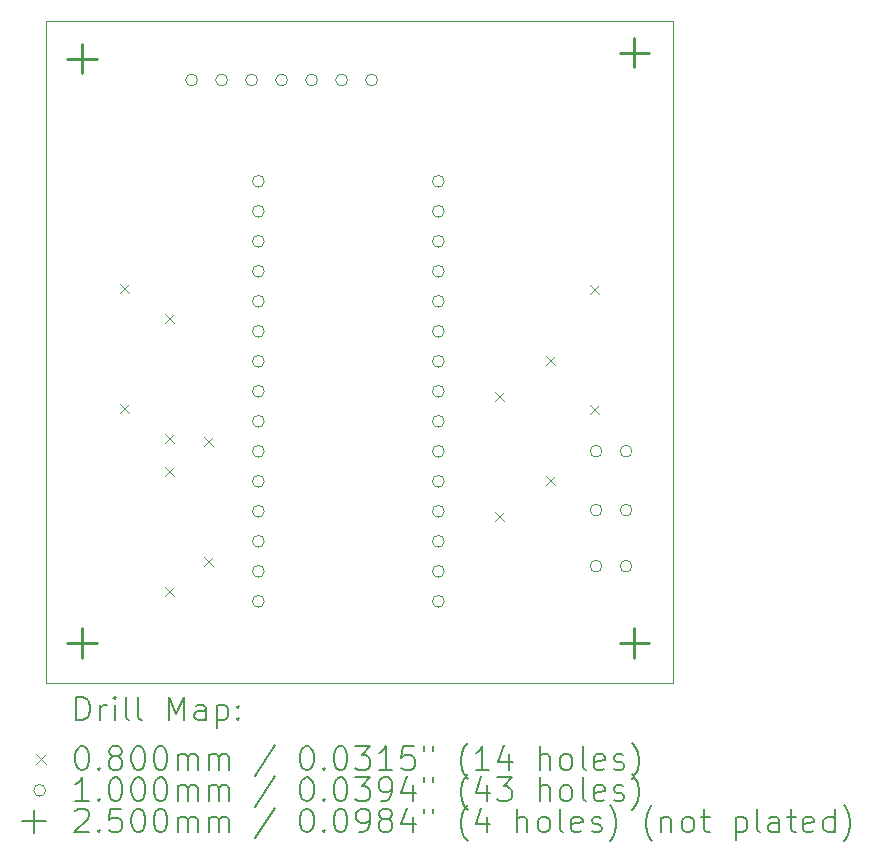
<source format=gbr>
%TF.GenerationSoftware,KiCad,Pcbnew,7.0.7*%
%TF.CreationDate,2024-03-11T23:12:34+01:00*%
%TF.ProjectId,RocketTX,526f636b-6574-4545-982e-6b696361645f,rev?*%
%TF.SameCoordinates,Original*%
%TF.FileFunction,Drillmap*%
%TF.FilePolarity,Positive*%
%FSLAX45Y45*%
G04 Gerber Fmt 4.5, Leading zero omitted, Abs format (unit mm)*
G04 Created by KiCad (PCBNEW 7.0.7) date 2024-03-11 23:12:34*
%MOMM*%
%LPD*%
G01*
G04 APERTURE LIST*
%ADD10C,0.100000*%
%ADD11C,0.200000*%
%ADD12C,0.080000*%
%ADD13C,0.250000*%
G04 APERTURE END LIST*
D10*
X10769600Y-6235700D02*
X16078200Y-6235700D01*
X16078200Y-11836400D01*
X10769600Y-11836400D01*
X10769600Y-6235700D01*
D11*
D12*
X11392600Y-8456300D02*
X11472600Y-8536300D01*
X11472600Y-8456300D02*
X11392600Y-8536300D01*
X11392600Y-9472300D02*
X11472600Y-9552300D01*
X11472600Y-9472300D02*
X11392600Y-9552300D01*
X11773600Y-8710300D02*
X11853600Y-8790300D01*
X11853600Y-8710300D02*
X11773600Y-8790300D01*
X11773600Y-9726300D02*
X11853600Y-9806300D01*
X11853600Y-9726300D02*
X11773600Y-9806300D01*
X11773600Y-10005700D02*
X11853600Y-10085700D01*
X11853600Y-10005700D02*
X11773600Y-10085700D01*
X11773600Y-11021700D02*
X11853600Y-11101700D01*
X11853600Y-11021700D02*
X11773600Y-11101700D01*
X12103800Y-9751700D02*
X12183800Y-9831700D01*
X12183800Y-9751700D02*
X12103800Y-9831700D01*
X12103800Y-10767700D02*
X12183800Y-10847700D01*
X12183800Y-10767700D02*
X12103800Y-10847700D01*
X14567600Y-9370700D02*
X14647600Y-9450700D01*
X14647600Y-9370700D02*
X14567600Y-9450700D01*
X14567600Y-10386700D02*
X14647600Y-10466700D01*
X14647600Y-10386700D02*
X14567600Y-10466700D01*
X14999400Y-9065900D02*
X15079400Y-9145900D01*
X15079400Y-9065900D02*
X14999400Y-9145900D01*
X14999400Y-10081900D02*
X15079400Y-10161900D01*
X15079400Y-10081900D02*
X14999400Y-10161900D01*
X15370600Y-8463500D02*
X15450600Y-8543500D01*
X15450600Y-8463500D02*
X15370600Y-8543500D01*
X15370600Y-9479500D02*
X15450600Y-9559500D01*
X15450600Y-9479500D02*
X15370600Y-9559500D01*
D10*
X12051500Y-6731000D02*
G75*
G03*
X12051500Y-6731000I-50000J0D01*
G01*
X12305500Y-6731000D02*
G75*
G03*
X12305500Y-6731000I-50000J0D01*
G01*
X12559500Y-6731000D02*
G75*
G03*
X12559500Y-6731000I-50000J0D01*
G01*
X12615800Y-7589100D02*
G75*
G03*
X12615800Y-7589100I-50000J0D01*
G01*
X12615800Y-7843100D02*
G75*
G03*
X12615800Y-7843100I-50000J0D01*
G01*
X12615800Y-8097100D02*
G75*
G03*
X12615800Y-8097100I-50000J0D01*
G01*
X12615800Y-8351100D02*
G75*
G03*
X12615800Y-8351100I-50000J0D01*
G01*
X12615800Y-8605100D02*
G75*
G03*
X12615800Y-8605100I-50000J0D01*
G01*
X12615800Y-8859100D02*
G75*
G03*
X12615800Y-8859100I-50000J0D01*
G01*
X12615800Y-9113100D02*
G75*
G03*
X12615800Y-9113100I-50000J0D01*
G01*
X12615800Y-9367100D02*
G75*
G03*
X12615800Y-9367100I-50000J0D01*
G01*
X12615800Y-9621100D02*
G75*
G03*
X12615800Y-9621100I-50000J0D01*
G01*
X12615800Y-9875100D02*
G75*
G03*
X12615800Y-9875100I-50000J0D01*
G01*
X12615800Y-10129100D02*
G75*
G03*
X12615800Y-10129100I-50000J0D01*
G01*
X12615800Y-10383100D02*
G75*
G03*
X12615800Y-10383100I-50000J0D01*
G01*
X12615800Y-10637100D02*
G75*
G03*
X12615800Y-10637100I-50000J0D01*
G01*
X12615800Y-10891100D02*
G75*
G03*
X12615800Y-10891100I-50000J0D01*
G01*
X12615800Y-11145100D02*
G75*
G03*
X12615800Y-11145100I-50000J0D01*
G01*
X12813500Y-6731000D02*
G75*
G03*
X12813500Y-6731000I-50000J0D01*
G01*
X13067500Y-6731000D02*
G75*
G03*
X13067500Y-6731000I-50000J0D01*
G01*
X13321500Y-6731000D02*
G75*
G03*
X13321500Y-6731000I-50000J0D01*
G01*
X13575500Y-6731000D02*
G75*
G03*
X13575500Y-6731000I-50000J0D01*
G01*
X14139800Y-7589100D02*
G75*
G03*
X14139800Y-7589100I-50000J0D01*
G01*
X14139800Y-7843100D02*
G75*
G03*
X14139800Y-7843100I-50000J0D01*
G01*
X14139800Y-8097100D02*
G75*
G03*
X14139800Y-8097100I-50000J0D01*
G01*
X14139800Y-8351100D02*
G75*
G03*
X14139800Y-8351100I-50000J0D01*
G01*
X14139800Y-8605100D02*
G75*
G03*
X14139800Y-8605100I-50000J0D01*
G01*
X14139800Y-8859100D02*
G75*
G03*
X14139800Y-8859100I-50000J0D01*
G01*
X14139800Y-9113100D02*
G75*
G03*
X14139800Y-9113100I-50000J0D01*
G01*
X14139800Y-9367100D02*
G75*
G03*
X14139800Y-9367100I-50000J0D01*
G01*
X14139800Y-9621100D02*
G75*
G03*
X14139800Y-9621100I-50000J0D01*
G01*
X14139800Y-9875100D02*
G75*
G03*
X14139800Y-9875100I-50000J0D01*
G01*
X14139800Y-10129100D02*
G75*
G03*
X14139800Y-10129100I-50000J0D01*
G01*
X14139800Y-10383100D02*
G75*
G03*
X14139800Y-10383100I-50000J0D01*
G01*
X14139800Y-10637100D02*
G75*
G03*
X14139800Y-10637100I-50000J0D01*
G01*
X14139800Y-10891100D02*
G75*
G03*
X14139800Y-10891100I-50000J0D01*
G01*
X14139800Y-11145100D02*
G75*
G03*
X14139800Y-11145100I-50000J0D01*
G01*
X15475000Y-9875000D02*
G75*
G03*
X15475000Y-9875000I-50000J0D01*
G01*
X15475000Y-10372500D02*
G75*
G03*
X15475000Y-10372500I-50000J0D01*
G01*
X15475000Y-10847500D02*
G75*
G03*
X15475000Y-10847500I-50000J0D01*
G01*
X15729000Y-9875000D02*
G75*
G03*
X15729000Y-9875000I-50000J0D01*
G01*
X15729000Y-10372500D02*
G75*
G03*
X15729000Y-10372500I-50000J0D01*
G01*
X15729000Y-10847500D02*
G75*
G03*
X15729000Y-10847500I-50000J0D01*
G01*
D13*
X11075000Y-6425000D02*
X11075000Y-6675000D01*
X10950000Y-6550000D02*
X11200000Y-6550000D01*
X11075000Y-11375000D02*
X11075000Y-11625000D01*
X10950000Y-11500000D02*
X11200000Y-11500000D01*
X15750000Y-6375000D02*
X15750000Y-6625000D01*
X15625000Y-6500000D02*
X15875000Y-6500000D01*
X15750000Y-11375000D02*
X15750000Y-11625000D01*
X15625000Y-11500000D02*
X15875000Y-11500000D01*
D11*
X11025377Y-12152884D02*
X11025377Y-11952884D01*
X11025377Y-11952884D02*
X11072996Y-11952884D01*
X11072996Y-11952884D02*
X11101567Y-11962408D01*
X11101567Y-11962408D02*
X11120615Y-11981455D01*
X11120615Y-11981455D02*
X11130139Y-12000503D01*
X11130139Y-12000503D02*
X11139663Y-12038598D01*
X11139663Y-12038598D02*
X11139663Y-12067169D01*
X11139663Y-12067169D02*
X11130139Y-12105265D01*
X11130139Y-12105265D02*
X11120615Y-12124312D01*
X11120615Y-12124312D02*
X11101567Y-12143360D01*
X11101567Y-12143360D02*
X11072996Y-12152884D01*
X11072996Y-12152884D02*
X11025377Y-12152884D01*
X11225377Y-12152884D02*
X11225377Y-12019550D01*
X11225377Y-12057646D02*
X11234901Y-12038598D01*
X11234901Y-12038598D02*
X11244424Y-12029074D01*
X11244424Y-12029074D02*
X11263472Y-12019550D01*
X11263472Y-12019550D02*
X11282520Y-12019550D01*
X11349186Y-12152884D02*
X11349186Y-12019550D01*
X11349186Y-11952884D02*
X11339662Y-11962408D01*
X11339662Y-11962408D02*
X11349186Y-11971931D01*
X11349186Y-11971931D02*
X11358710Y-11962408D01*
X11358710Y-11962408D02*
X11349186Y-11952884D01*
X11349186Y-11952884D02*
X11349186Y-11971931D01*
X11472996Y-12152884D02*
X11453948Y-12143360D01*
X11453948Y-12143360D02*
X11444424Y-12124312D01*
X11444424Y-12124312D02*
X11444424Y-11952884D01*
X11577758Y-12152884D02*
X11558710Y-12143360D01*
X11558710Y-12143360D02*
X11549186Y-12124312D01*
X11549186Y-12124312D02*
X11549186Y-11952884D01*
X11806329Y-12152884D02*
X11806329Y-11952884D01*
X11806329Y-11952884D02*
X11872996Y-12095741D01*
X11872996Y-12095741D02*
X11939662Y-11952884D01*
X11939662Y-11952884D02*
X11939662Y-12152884D01*
X12120615Y-12152884D02*
X12120615Y-12048122D01*
X12120615Y-12048122D02*
X12111091Y-12029074D01*
X12111091Y-12029074D02*
X12092043Y-12019550D01*
X12092043Y-12019550D02*
X12053948Y-12019550D01*
X12053948Y-12019550D02*
X12034901Y-12029074D01*
X12120615Y-12143360D02*
X12101567Y-12152884D01*
X12101567Y-12152884D02*
X12053948Y-12152884D01*
X12053948Y-12152884D02*
X12034901Y-12143360D01*
X12034901Y-12143360D02*
X12025377Y-12124312D01*
X12025377Y-12124312D02*
X12025377Y-12105265D01*
X12025377Y-12105265D02*
X12034901Y-12086217D01*
X12034901Y-12086217D02*
X12053948Y-12076693D01*
X12053948Y-12076693D02*
X12101567Y-12076693D01*
X12101567Y-12076693D02*
X12120615Y-12067169D01*
X12215853Y-12019550D02*
X12215853Y-12219550D01*
X12215853Y-12029074D02*
X12234901Y-12019550D01*
X12234901Y-12019550D02*
X12272996Y-12019550D01*
X12272996Y-12019550D02*
X12292043Y-12029074D01*
X12292043Y-12029074D02*
X12301567Y-12038598D01*
X12301567Y-12038598D02*
X12311091Y-12057646D01*
X12311091Y-12057646D02*
X12311091Y-12114788D01*
X12311091Y-12114788D02*
X12301567Y-12133836D01*
X12301567Y-12133836D02*
X12292043Y-12143360D01*
X12292043Y-12143360D02*
X12272996Y-12152884D01*
X12272996Y-12152884D02*
X12234901Y-12152884D01*
X12234901Y-12152884D02*
X12215853Y-12143360D01*
X12396805Y-12133836D02*
X12406329Y-12143360D01*
X12406329Y-12143360D02*
X12396805Y-12152884D01*
X12396805Y-12152884D02*
X12387282Y-12143360D01*
X12387282Y-12143360D02*
X12396805Y-12133836D01*
X12396805Y-12133836D02*
X12396805Y-12152884D01*
X12396805Y-12029074D02*
X12406329Y-12038598D01*
X12406329Y-12038598D02*
X12396805Y-12048122D01*
X12396805Y-12048122D02*
X12387282Y-12038598D01*
X12387282Y-12038598D02*
X12396805Y-12029074D01*
X12396805Y-12029074D02*
X12396805Y-12048122D01*
D12*
X10684600Y-12441400D02*
X10764600Y-12521400D01*
X10764600Y-12441400D02*
X10684600Y-12521400D01*
D11*
X11063472Y-12372884D02*
X11082520Y-12372884D01*
X11082520Y-12372884D02*
X11101567Y-12382408D01*
X11101567Y-12382408D02*
X11111091Y-12391931D01*
X11111091Y-12391931D02*
X11120615Y-12410979D01*
X11120615Y-12410979D02*
X11130139Y-12449074D01*
X11130139Y-12449074D02*
X11130139Y-12496693D01*
X11130139Y-12496693D02*
X11120615Y-12534788D01*
X11120615Y-12534788D02*
X11111091Y-12553836D01*
X11111091Y-12553836D02*
X11101567Y-12563360D01*
X11101567Y-12563360D02*
X11082520Y-12572884D01*
X11082520Y-12572884D02*
X11063472Y-12572884D01*
X11063472Y-12572884D02*
X11044424Y-12563360D01*
X11044424Y-12563360D02*
X11034901Y-12553836D01*
X11034901Y-12553836D02*
X11025377Y-12534788D01*
X11025377Y-12534788D02*
X11015853Y-12496693D01*
X11015853Y-12496693D02*
X11015853Y-12449074D01*
X11015853Y-12449074D02*
X11025377Y-12410979D01*
X11025377Y-12410979D02*
X11034901Y-12391931D01*
X11034901Y-12391931D02*
X11044424Y-12382408D01*
X11044424Y-12382408D02*
X11063472Y-12372884D01*
X11215853Y-12553836D02*
X11225377Y-12563360D01*
X11225377Y-12563360D02*
X11215853Y-12572884D01*
X11215853Y-12572884D02*
X11206329Y-12563360D01*
X11206329Y-12563360D02*
X11215853Y-12553836D01*
X11215853Y-12553836D02*
X11215853Y-12572884D01*
X11339662Y-12458598D02*
X11320615Y-12449074D01*
X11320615Y-12449074D02*
X11311091Y-12439550D01*
X11311091Y-12439550D02*
X11301567Y-12420503D01*
X11301567Y-12420503D02*
X11301567Y-12410979D01*
X11301567Y-12410979D02*
X11311091Y-12391931D01*
X11311091Y-12391931D02*
X11320615Y-12382408D01*
X11320615Y-12382408D02*
X11339662Y-12372884D01*
X11339662Y-12372884D02*
X11377758Y-12372884D01*
X11377758Y-12372884D02*
X11396805Y-12382408D01*
X11396805Y-12382408D02*
X11406329Y-12391931D01*
X11406329Y-12391931D02*
X11415853Y-12410979D01*
X11415853Y-12410979D02*
X11415853Y-12420503D01*
X11415853Y-12420503D02*
X11406329Y-12439550D01*
X11406329Y-12439550D02*
X11396805Y-12449074D01*
X11396805Y-12449074D02*
X11377758Y-12458598D01*
X11377758Y-12458598D02*
X11339662Y-12458598D01*
X11339662Y-12458598D02*
X11320615Y-12468122D01*
X11320615Y-12468122D02*
X11311091Y-12477646D01*
X11311091Y-12477646D02*
X11301567Y-12496693D01*
X11301567Y-12496693D02*
X11301567Y-12534788D01*
X11301567Y-12534788D02*
X11311091Y-12553836D01*
X11311091Y-12553836D02*
X11320615Y-12563360D01*
X11320615Y-12563360D02*
X11339662Y-12572884D01*
X11339662Y-12572884D02*
X11377758Y-12572884D01*
X11377758Y-12572884D02*
X11396805Y-12563360D01*
X11396805Y-12563360D02*
X11406329Y-12553836D01*
X11406329Y-12553836D02*
X11415853Y-12534788D01*
X11415853Y-12534788D02*
X11415853Y-12496693D01*
X11415853Y-12496693D02*
X11406329Y-12477646D01*
X11406329Y-12477646D02*
X11396805Y-12468122D01*
X11396805Y-12468122D02*
X11377758Y-12458598D01*
X11539662Y-12372884D02*
X11558710Y-12372884D01*
X11558710Y-12372884D02*
X11577758Y-12382408D01*
X11577758Y-12382408D02*
X11587282Y-12391931D01*
X11587282Y-12391931D02*
X11596805Y-12410979D01*
X11596805Y-12410979D02*
X11606329Y-12449074D01*
X11606329Y-12449074D02*
X11606329Y-12496693D01*
X11606329Y-12496693D02*
X11596805Y-12534788D01*
X11596805Y-12534788D02*
X11587282Y-12553836D01*
X11587282Y-12553836D02*
X11577758Y-12563360D01*
X11577758Y-12563360D02*
X11558710Y-12572884D01*
X11558710Y-12572884D02*
X11539662Y-12572884D01*
X11539662Y-12572884D02*
X11520615Y-12563360D01*
X11520615Y-12563360D02*
X11511091Y-12553836D01*
X11511091Y-12553836D02*
X11501567Y-12534788D01*
X11501567Y-12534788D02*
X11492043Y-12496693D01*
X11492043Y-12496693D02*
X11492043Y-12449074D01*
X11492043Y-12449074D02*
X11501567Y-12410979D01*
X11501567Y-12410979D02*
X11511091Y-12391931D01*
X11511091Y-12391931D02*
X11520615Y-12382408D01*
X11520615Y-12382408D02*
X11539662Y-12372884D01*
X11730139Y-12372884D02*
X11749186Y-12372884D01*
X11749186Y-12372884D02*
X11768234Y-12382408D01*
X11768234Y-12382408D02*
X11777758Y-12391931D01*
X11777758Y-12391931D02*
X11787282Y-12410979D01*
X11787282Y-12410979D02*
X11796805Y-12449074D01*
X11796805Y-12449074D02*
X11796805Y-12496693D01*
X11796805Y-12496693D02*
X11787282Y-12534788D01*
X11787282Y-12534788D02*
X11777758Y-12553836D01*
X11777758Y-12553836D02*
X11768234Y-12563360D01*
X11768234Y-12563360D02*
X11749186Y-12572884D01*
X11749186Y-12572884D02*
X11730139Y-12572884D01*
X11730139Y-12572884D02*
X11711091Y-12563360D01*
X11711091Y-12563360D02*
X11701567Y-12553836D01*
X11701567Y-12553836D02*
X11692043Y-12534788D01*
X11692043Y-12534788D02*
X11682520Y-12496693D01*
X11682520Y-12496693D02*
X11682520Y-12449074D01*
X11682520Y-12449074D02*
X11692043Y-12410979D01*
X11692043Y-12410979D02*
X11701567Y-12391931D01*
X11701567Y-12391931D02*
X11711091Y-12382408D01*
X11711091Y-12382408D02*
X11730139Y-12372884D01*
X11882520Y-12572884D02*
X11882520Y-12439550D01*
X11882520Y-12458598D02*
X11892043Y-12449074D01*
X11892043Y-12449074D02*
X11911091Y-12439550D01*
X11911091Y-12439550D02*
X11939663Y-12439550D01*
X11939663Y-12439550D02*
X11958710Y-12449074D01*
X11958710Y-12449074D02*
X11968234Y-12468122D01*
X11968234Y-12468122D02*
X11968234Y-12572884D01*
X11968234Y-12468122D02*
X11977758Y-12449074D01*
X11977758Y-12449074D02*
X11996805Y-12439550D01*
X11996805Y-12439550D02*
X12025377Y-12439550D01*
X12025377Y-12439550D02*
X12044424Y-12449074D01*
X12044424Y-12449074D02*
X12053948Y-12468122D01*
X12053948Y-12468122D02*
X12053948Y-12572884D01*
X12149186Y-12572884D02*
X12149186Y-12439550D01*
X12149186Y-12458598D02*
X12158710Y-12449074D01*
X12158710Y-12449074D02*
X12177758Y-12439550D01*
X12177758Y-12439550D02*
X12206329Y-12439550D01*
X12206329Y-12439550D02*
X12225377Y-12449074D01*
X12225377Y-12449074D02*
X12234901Y-12468122D01*
X12234901Y-12468122D02*
X12234901Y-12572884D01*
X12234901Y-12468122D02*
X12244424Y-12449074D01*
X12244424Y-12449074D02*
X12263472Y-12439550D01*
X12263472Y-12439550D02*
X12292043Y-12439550D01*
X12292043Y-12439550D02*
X12311091Y-12449074D01*
X12311091Y-12449074D02*
X12320615Y-12468122D01*
X12320615Y-12468122D02*
X12320615Y-12572884D01*
X12711091Y-12363360D02*
X12539663Y-12620503D01*
X12968234Y-12372884D02*
X12987282Y-12372884D01*
X12987282Y-12372884D02*
X13006329Y-12382408D01*
X13006329Y-12382408D02*
X13015853Y-12391931D01*
X13015853Y-12391931D02*
X13025377Y-12410979D01*
X13025377Y-12410979D02*
X13034901Y-12449074D01*
X13034901Y-12449074D02*
X13034901Y-12496693D01*
X13034901Y-12496693D02*
X13025377Y-12534788D01*
X13025377Y-12534788D02*
X13015853Y-12553836D01*
X13015853Y-12553836D02*
X13006329Y-12563360D01*
X13006329Y-12563360D02*
X12987282Y-12572884D01*
X12987282Y-12572884D02*
X12968234Y-12572884D01*
X12968234Y-12572884D02*
X12949186Y-12563360D01*
X12949186Y-12563360D02*
X12939663Y-12553836D01*
X12939663Y-12553836D02*
X12930139Y-12534788D01*
X12930139Y-12534788D02*
X12920615Y-12496693D01*
X12920615Y-12496693D02*
X12920615Y-12449074D01*
X12920615Y-12449074D02*
X12930139Y-12410979D01*
X12930139Y-12410979D02*
X12939663Y-12391931D01*
X12939663Y-12391931D02*
X12949186Y-12382408D01*
X12949186Y-12382408D02*
X12968234Y-12372884D01*
X13120615Y-12553836D02*
X13130139Y-12563360D01*
X13130139Y-12563360D02*
X13120615Y-12572884D01*
X13120615Y-12572884D02*
X13111091Y-12563360D01*
X13111091Y-12563360D02*
X13120615Y-12553836D01*
X13120615Y-12553836D02*
X13120615Y-12572884D01*
X13253948Y-12372884D02*
X13272996Y-12372884D01*
X13272996Y-12372884D02*
X13292044Y-12382408D01*
X13292044Y-12382408D02*
X13301567Y-12391931D01*
X13301567Y-12391931D02*
X13311091Y-12410979D01*
X13311091Y-12410979D02*
X13320615Y-12449074D01*
X13320615Y-12449074D02*
X13320615Y-12496693D01*
X13320615Y-12496693D02*
X13311091Y-12534788D01*
X13311091Y-12534788D02*
X13301567Y-12553836D01*
X13301567Y-12553836D02*
X13292044Y-12563360D01*
X13292044Y-12563360D02*
X13272996Y-12572884D01*
X13272996Y-12572884D02*
X13253948Y-12572884D01*
X13253948Y-12572884D02*
X13234901Y-12563360D01*
X13234901Y-12563360D02*
X13225377Y-12553836D01*
X13225377Y-12553836D02*
X13215853Y-12534788D01*
X13215853Y-12534788D02*
X13206329Y-12496693D01*
X13206329Y-12496693D02*
X13206329Y-12449074D01*
X13206329Y-12449074D02*
X13215853Y-12410979D01*
X13215853Y-12410979D02*
X13225377Y-12391931D01*
X13225377Y-12391931D02*
X13234901Y-12382408D01*
X13234901Y-12382408D02*
X13253948Y-12372884D01*
X13387282Y-12372884D02*
X13511091Y-12372884D01*
X13511091Y-12372884D02*
X13444425Y-12449074D01*
X13444425Y-12449074D02*
X13472996Y-12449074D01*
X13472996Y-12449074D02*
X13492044Y-12458598D01*
X13492044Y-12458598D02*
X13501567Y-12468122D01*
X13501567Y-12468122D02*
X13511091Y-12487169D01*
X13511091Y-12487169D02*
X13511091Y-12534788D01*
X13511091Y-12534788D02*
X13501567Y-12553836D01*
X13501567Y-12553836D02*
X13492044Y-12563360D01*
X13492044Y-12563360D02*
X13472996Y-12572884D01*
X13472996Y-12572884D02*
X13415853Y-12572884D01*
X13415853Y-12572884D02*
X13396806Y-12563360D01*
X13396806Y-12563360D02*
X13387282Y-12553836D01*
X13701567Y-12572884D02*
X13587282Y-12572884D01*
X13644425Y-12572884D02*
X13644425Y-12372884D01*
X13644425Y-12372884D02*
X13625377Y-12401455D01*
X13625377Y-12401455D02*
X13606329Y-12420503D01*
X13606329Y-12420503D02*
X13587282Y-12430027D01*
X13882520Y-12372884D02*
X13787282Y-12372884D01*
X13787282Y-12372884D02*
X13777758Y-12468122D01*
X13777758Y-12468122D02*
X13787282Y-12458598D01*
X13787282Y-12458598D02*
X13806329Y-12449074D01*
X13806329Y-12449074D02*
X13853948Y-12449074D01*
X13853948Y-12449074D02*
X13872996Y-12458598D01*
X13872996Y-12458598D02*
X13882520Y-12468122D01*
X13882520Y-12468122D02*
X13892044Y-12487169D01*
X13892044Y-12487169D02*
X13892044Y-12534788D01*
X13892044Y-12534788D02*
X13882520Y-12553836D01*
X13882520Y-12553836D02*
X13872996Y-12563360D01*
X13872996Y-12563360D02*
X13853948Y-12572884D01*
X13853948Y-12572884D02*
X13806329Y-12572884D01*
X13806329Y-12572884D02*
X13787282Y-12563360D01*
X13787282Y-12563360D02*
X13777758Y-12553836D01*
X13968234Y-12372884D02*
X13968234Y-12410979D01*
X14044425Y-12372884D02*
X14044425Y-12410979D01*
X14339663Y-12649074D02*
X14330139Y-12639550D01*
X14330139Y-12639550D02*
X14311091Y-12610979D01*
X14311091Y-12610979D02*
X14301568Y-12591931D01*
X14301568Y-12591931D02*
X14292044Y-12563360D01*
X14292044Y-12563360D02*
X14282520Y-12515741D01*
X14282520Y-12515741D02*
X14282520Y-12477646D01*
X14282520Y-12477646D02*
X14292044Y-12430027D01*
X14292044Y-12430027D02*
X14301568Y-12401455D01*
X14301568Y-12401455D02*
X14311091Y-12382408D01*
X14311091Y-12382408D02*
X14330139Y-12353836D01*
X14330139Y-12353836D02*
X14339663Y-12344312D01*
X14520615Y-12572884D02*
X14406329Y-12572884D01*
X14463472Y-12572884D02*
X14463472Y-12372884D01*
X14463472Y-12372884D02*
X14444425Y-12401455D01*
X14444425Y-12401455D02*
X14425377Y-12420503D01*
X14425377Y-12420503D02*
X14406329Y-12430027D01*
X14692044Y-12439550D02*
X14692044Y-12572884D01*
X14644425Y-12363360D02*
X14596806Y-12506217D01*
X14596806Y-12506217D02*
X14720615Y-12506217D01*
X14949187Y-12572884D02*
X14949187Y-12372884D01*
X15034901Y-12572884D02*
X15034901Y-12468122D01*
X15034901Y-12468122D02*
X15025377Y-12449074D01*
X15025377Y-12449074D02*
X15006330Y-12439550D01*
X15006330Y-12439550D02*
X14977758Y-12439550D01*
X14977758Y-12439550D02*
X14958710Y-12449074D01*
X14958710Y-12449074D02*
X14949187Y-12458598D01*
X15158710Y-12572884D02*
X15139663Y-12563360D01*
X15139663Y-12563360D02*
X15130139Y-12553836D01*
X15130139Y-12553836D02*
X15120615Y-12534788D01*
X15120615Y-12534788D02*
X15120615Y-12477646D01*
X15120615Y-12477646D02*
X15130139Y-12458598D01*
X15130139Y-12458598D02*
X15139663Y-12449074D01*
X15139663Y-12449074D02*
X15158710Y-12439550D01*
X15158710Y-12439550D02*
X15187282Y-12439550D01*
X15187282Y-12439550D02*
X15206330Y-12449074D01*
X15206330Y-12449074D02*
X15215853Y-12458598D01*
X15215853Y-12458598D02*
X15225377Y-12477646D01*
X15225377Y-12477646D02*
X15225377Y-12534788D01*
X15225377Y-12534788D02*
X15215853Y-12553836D01*
X15215853Y-12553836D02*
X15206330Y-12563360D01*
X15206330Y-12563360D02*
X15187282Y-12572884D01*
X15187282Y-12572884D02*
X15158710Y-12572884D01*
X15339663Y-12572884D02*
X15320615Y-12563360D01*
X15320615Y-12563360D02*
X15311091Y-12544312D01*
X15311091Y-12544312D02*
X15311091Y-12372884D01*
X15492044Y-12563360D02*
X15472996Y-12572884D01*
X15472996Y-12572884D02*
X15434901Y-12572884D01*
X15434901Y-12572884D02*
X15415853Y-12563360D01*
X15415853Y-12563360D02*
X15406330Y-12544312D01*
X15406330Y-12544312D02*
X15406330Y-12468122D01*
X15406330Y-12468122D02*
X15415853Y-12449074D01*
X15415853Y-12449074D02*
X15434901Y-12439550D01*
X15434901Y-12439550D02*
X15472996Y-12439550D01*
X15472996Y-12439550D02*
X15492044Y-12449074D01*
X15492044Y-12449074D02*
X15501568Y-12468122D01*
X15501568Y-12468122D02*
X15501568Y-12487169D01*
X15501568Y-12487169D02*
X15406330Y-12506217D01*
X15577758Y-12563360D02*
X15596806Y-12572884D01*
X15596806Y-12572884D02*
X15634901Y-12572884D01*
X15634901Y-12572884D02*
X15653949Y-12563360D01*
X15653949Y-12563360D02*
X15663472Y-12544312D01*
X15663472Y-12544312D02*
X15663472Y-12534788D01*
X15663472Y-12534788D02*
X15653949Y-12515741D01*
X15653949Y-12515741D02*
X15634901Y-12506217D01*
X15634901Y-12506217D02*
X15606330Y-12506217D01*
X15606330Y-12506217D02*
X15587282Y-12496693D01*
X15587282Y-12496693D02*
X15577758Y-12477646D01*
X15577758Y-12477646D02*
X15577758Y-12468122D01*
X15577758Y-12468122D02*
X15587282Y-12449074D01*
X15587282Y-12449074D02*
X15606330Y-12439550D01*
X15606330Y-12439550D02*
X15634901Y-12439550D01*
X15634901Y-12439550D02*
X15653949Y-12449074D01*
X15730139Y-12649074D02*
X15739663Y-12639550D01*
X15739663Y-12639550D02*
X15758711Y-12610979D01*
X15758711Y-12610979D02*
X15768234Y-12591931D01*
X15768234Y-12591931D02*
X15777758Y-12563360D01*
X15777758Y-12563360D02*
X15787282Y-12515741D01*
X15787282Y-12515741D02*
X15787282Y-12477646D01*
X15787282Y-12477646D02*
X15777758Y-12430027D01*
X15777758Y-12430027D02*
X15768234Y-12401455D01*
X15768234Y-12401455D02*
X15758711Y-12382408D01*
X15758711Y-12382408D02*
X15739663Y-12353836D01*
X15739663Y-12353836D02*
X15730139Y-12344312D01*
D10*
X10764600Y-12745400D02*
G75*
G03*
X10764600Y-12745400I-50000J0D01*
G01*
D11*
X11130139Y-12836884D02*
X11015853Y-12836884D01*
X11072996Y-12836884D02*
X11072996Y-12636884D01*
X11072996Y-12636884D02*
X11053948Y-12665455D01*
X11053948Y-12665455D02*
X11034901Y-12684503D01*
X11034901Y-12684503D02*
X11015853Y-12694027D01*
X11215853Y-12817836D02*
X11225377Y-12827360D01*
X11225377Y-12827360D02*
X11215853Y-12836884D01*
X11215853Y-12836884D02*
X11206329Y-12827360D01*
X11206329Y-12827360D02*
X11215853Y-12817836D01*
X11215853Y-12817836D02*
X11215853Y-12836884D01*
X11349186Y-12636884D02*
X11368234Y-12636884D01*
X11368234Y-12636884D02*
X11387282Y-12646408D01*
X11387282Y-12646408D02*
X11396805Y-12655931D01*
X11396805Y-12655931D02*
X11406329Y-12674979D01*
X11406329Y-12674979D02*
X11415853Y-12713074D01*
X11415853Y-12713074D02*
X11415853Y-12760693D01*
X11415853Y-12760693D02*
X11406329Y-12798788D01*
X11406329Y-12798788D02*
X11396805Y-12817836D01*
X11396805Y-12817836D02*
X11387282Y-12827360D01*
X11387282Y-12827360D02*
X11368234Y-12836884D01*
X11368234Y-12836884D02*
X11349186Y-12836884D01*
X11349186Y-12836884D02*
X11330139Y-12827360D01*
X11330139Y-12827360D02*
X11320615Y-12817836D01*
X11320615Y-12817836D02*
X11311091Y-12798788D01*
X11311091Y-12798788D02*
X11301567Y-12760693D01*
X11301567Y-12760693D02*
X11301567Y-12713074D01*
X11301567Y-12713074D02*
X11311091Y-12674979D01*
X11311091Y-12674979D02*
X11320615Y-12655931D01*
X11320615Y-12655931D02*
X11330139Y-12646408D01*
X11330139Y-12646408D02*
X11349186Y-12636884D01*
X11539662Y-12636884D02*
X11558710Y-12636884D01*
X11558710Y-12636884D02*
X11577758Y-12646408D01*
X11577758Y-12646408D02*
X11587282Y-12655931D01*
X11587282Y-12655931D02*
X11596805Y-12674979D01*
X11596805Y-12674979D02*
X11606329Y-12713074D01*
X11606329Y-12713074D02*
X11606329Y-12760693D01*
X11606329Y-12760693D02*
X11596805Y-12798788D01*
X11596805Y-12798788D02*
X11587282Y-12817836D01*
X11587282Y-12817836D02*
X11577758Y-12827360D01*
X11577758Y-12827360D02*
X11558710Y-12836884D01*
X11558710Y-12836884D02*
X11539662Y-12836884D01*
X11539662Y-12836884D02*
X11520615Y-12827360D01*
X11520615Y-12827360D02*
X11511091Y-12817836D01*
X11511091Y-12817836D02*
X11501567Y-12798788D01*
X11501567Y-12798788D02*
X11492043Y-12760693D01*
X11492043Y-12760693D02*
X11492043Y-12713074D01*
X11492043Y-12713074D02*
X11501567Y-12674979D01*
X11501567Y-12674979D02*
X11511091Y-12655931D01*
X11511091Y-12655931D02*
X11520615Y-12646408D01*
X11520615Y-12646408D02*
X11539662Y-12636884D01*
X11730139Y-12636884D02*
X11749186Y-12636884D01*
X11749186Y-12636884D02*
X11768234Y-12646408D01*
X11768234Y-12646408D02*
X11777758Y-12655931D01*
X11777758Y-12655931D02*
X11787282Y-12674979D01*
X11787282Y-12674979D02*
X11796805Y-12713074D01*
X11796805Y-12713074D02*
X11796805Y-12760693D01*
X11796805Y-12760693D02*
X11787282Y-12798788D01*
X11787282Y-12798788D02*
X11777758Y-12817836D01*
X11777758Y-12817836D02*
X11768234Y-12827360D01*
X11768234Y-12827360D02*
X11749186Y-12836884D01*
X11749186Y-12836884D02*
X11730139Y-12836884D01*
X11730139Y-12836884D02*
X11711091Y-12827360D01*
X11711091Y-12827360D02*
X11701567Y-12817836D01*
X11701567Y-12817836D02*
X11692043Y-12798788D01*
X11692043Y-12798788D02*
X11682520Y-12760693D01*
X11682520Y-12760693D02*
X11682520Y-12713074D01*
X11682520Y-12713074D02*
X11692043Y-12674979D01*
X11692043Y-12674979D02*
X11701567Y-12655931D01*
X11701567Y-12655931D02*
X11711091Y-12646408D01*
X11711091Y-12646408D02*
X11730139Y-12636884D01*
X11882520Y-12836884D02*
X11882520Y-12703550D01*
X11882520Y-12722598D02*
X11892043Y-12713074D01*
X11892043Y-12713074D02*
X11911091Y-12703550D01*
X11911091Y-12703550D02*
X11939663Y-12703550D01*
X11939663Y-12703550D02*
X11958710Y-12713074D01*
X11958710Y-12713074D02*
X11968234Y-12732122D01*
X11968234Y-12732122D02*
X11968234Y-12836884D01*
X11968234Y-12732122D02*
X11977758Y-12713074D01*
X11977758Y-12713074D02*
X11996805Y-12703550D01*
X11996805Y-12703550D02*
X12025377Y-12703550D01*
X12025377Y-12703550D02*
X12044424Y-12713074D01*
X12044424Y-12713074D02*
X12053948Y-12732122D01*
X12053948Y-12732122D02*
X12053948Y-12836884D01*
X12149186Y-12836884D02*
X12149186Y-12703550D01*
X12149186Y-12722598D02*
X12158710Y-12713074D01*
X12158710Y-12713074D02*
X12177758Y-12703550D01*
X12177758Y-12703550D02*
X12206329Y-12703550D01*
X12206329Y-12703550D02*
X12225377Y-12713074D01*
X12225377Y-12713074D02*
X12234901Y-12732122D01*
X12234901Y-12732122D02*
X12234901Y-12836884D01*
X12234901Y-12732122D02*
X12244424Y-12713074D01*
X12244424Y-12713074D02*
X12263472Y-12703550D01*
X12263472Y-12703550D02*
X12292043Y-12703550D01*
X12292043Y-12703550D02*
X12311091Y-12713074D01*
X12311091Y-12713074D02*
X12320615Y-12732122D01*
X12320615Y-12732122D02*
X12320615Y-12836884D01*
X12711091Y-12627360D02*
X12539663Y-12884503D01*
X12968234Y-12636884D02*
X12987282Y-12636884D01*
X12987282Y-12636884D02*
X13006329Y-12646408D01*
X13006329Y-12646408D02*
X13015853Y-12655931D01*
X13015853Y-12655931D02*
X13025377Y-12674979D01*
X13025377Y-12674979D02*
X13034901Y-12713074D01*
X13034901Y-12713074D02*
X13034901Y-12760693D01*
X13034901Y-12760693D02*
X13025377Y-12798788D01*
X13025377Y-12798788D02*
X13015853Y-12817836D01*
X13015853Y-12817836D02*
X13006329Y-12827360D01*
X13006329Y-12827360D02*
X12987282Y-12836884D01*
X12987282Y-12836884D02*
X12968234Y-12836884D01*
X12968234Y-12836884D02*
X12949186Y-12827360D01*
X12949186Y-12827360D02*
X12939663Y-12817836D01*
X12939663Y-12817836D02*
X12930139Y-12798788D01*
X12930139Y-12798788D02*
X12920615Y-12760693D01*
X12920615Y-12760693D02*
X12920615Y-12713074D01*
X12920615Y-12713074D02*
X12930139Y-12674979D01*
X12930139Y-12674979D02*
X12939663Y-12655931D01*
X12939663Y-12655931D02*
X12949186Y-12646408D01*
X12949186Y-12646408D02*
X12968234Y-12636884D01*
X13120615Y-12817836D02*
X13130139Y-12827360D01*
X13130139Y-12827360D02*
X13120615Y-12836884D01*
X13120615Y-12836884D02*
X13111091Y-12827360D01*
X13111091Y-12827360D02*
X13120615Y-12817836D01*
X13120615Y-12817836D02*
X13120615Y-12836884D01*
X13253948Y-12636884D02*
X13272996Y-12636884D01*
X13272996Y-12636884D02*
X13292044Y-12646408D01*
X13292044Y-12646408D02*
X13301567Y-12655931D01*
X13301567Y-12655931D02*
X13311091Y-12674979D01*
X13311091Y-12674979D02*
X13320615Y-12713074D01*
X13320615Y-12713074D02*
X13320615Y-12760693D01*
X13320615Y-12760693D02*
X13311091Y-12798788D01*
X13311091Y-12798788D02*
X13301567Y-12817836D01*
X13301567Y-12817836D02*
X13292044Y-12827360D01*
X13292044Y-12827360D02*
X13272996Y-12836884D01*
X13272996Y-12836884D02*
X13253948Y-12836884D01*
X13253948Y-12836884D02*
X13234901Y-12827360D01*
X13234901Y-12827360D02*
X13225377Y-12817836D01*
X13225377Y-12817836D02*
X13215853Y-12798788D01*
X13215853Y-12798788D02*
X13206329Y-12760693D01*
X13206329Y-12760693D02*
X13206329Y-12713074D01*
X13206329Y-12713074D02*
X13215853Y-12674979D01*
X13215853Y-12674979D02*
X13225377Y-12655931D01*
X13225377Y-12655931D02*
X13234901Y-12646408D01*
X13234901Y-12646408D02*
X13253948Y-12636884D01*
X13387282Y-12636884D02*
X13511091Y-12636884D01*
X13511091Y-12636884D02*
X13444425Y-12713074D01*
X13444425Y-12713074D02*
X13472996Y-12713074D01*
X13472996Y-12713074D02*
X13492044Y-12722598D01*
X13492044Y-12722598D02*
X13501567Y-12732122D01*
X13501567Y-12732122D02*
X13511091Y-12751169D01*
X13511091Y-12751169D02*
X13511091Y-12798788D01*
X13511091Y-12798788D02*
X13501567Y-12817836D01*
X13501567Y-12817836D02*
X13492044Y-12827360D01*
X13492044Y-12827360D02*
X13472996Y-12836884D01*
X13472996Y-12836884D02*
X13415853Y-12836884D01*
X13415853Y-12836884D02*
X13396806Y-12827360D01*
X13396806Y-12827360D02*
X13387282Y-12817836D01*
X13606329Y-12836884D02*
X13644425Y-12836884D01*
X13644425Y-12836884D02*
X13663472Y-12827360D01*
X13663472Y-12827360D02*
X13672996Y-12817836D01*
X13672996Y-12817836D02*
X13692044Y-12789265D01*
X13692044Y-12789265D02*
X13701567Y-12751169D01*
X13701567Y-12751169D02*
X13701567Y-12674979D01*
X13701567Y-12674979D02*
X13692044Y-12655931D01*
X13692044Y-12655931D02*
X13682520Y-12646408D01*
X13682520Y-12646408D02*
X13663472Y-12636884D01*
X13663472Y-12636884D02*
X13625377Y-12636884D01*
X13625377Y-12636884D02*
X13606329Y-12646408D01*
X13606329Y-12646408D02*
X13596806Y-12655931D01*
X13596806Y-12655931D02*
X13587282Y-12674979D01*
X13587282Y-12674979D02*
X13587282Y-12722598D01*
X13587282Y-12722598D02*
X13596806Y-12741646D01*
X13596806Y-12741646D02*
X13606329Y-12751169D01*
X13606329Y-12751169D02*
X13625377Y-12760693D01*
X13625377Y-12760693D02*
X13663472Y-12760693D01*
X13663472Y-12760693D02*
X13682520Y-12751169D01*
X13682520Y-12751169D02*
X13692044Y-12741646D01*
X13692044Y-12741646D02*
X13701567Y-12722598D01*
X13872996Y-12703550D02*
X13872996Y-12836884D01*
X13825377Y-12627360D02*
X13777758Y-12770217D01*
X13777758Y-12770217D02*
X13901567Y-12770217D01*
X13968234Y-12636884D02*
X13968234Y-12674979D01*
X14044425Y-12636884D02*
X14044425Y-12674979D01*
X14339663Y-12913074D02*
X14330139Y-12903550D01*
X14330139Y-12903550D02*
X14311091Y-12874979D01*
X14311091Y-12874979D02*
X14301568Y-12855931D01*
X14301568Y-12855931D02*
X14292044Y-12827360D01*
X14292044Y-12827360D02*
X14282520Y-12779741D01*
X14282520Y-12779741D02*
X14282520Y-12741646D01*
X14282520Y-12741646D02*
X14292044Y-12694027D01*
X14292044Y-12694027D02*
X14301568Y-12665455D01*
X14301568Y-12665455D02*
X14311091Y-12646408D01*
X14311091Y-12646408D02*
X14330139Y-12617836D01*
X14330139Y-12617836D02*
X14339663Y-12608312D01*
X14501568Y-12703550D02*
X14501568Y-12836884D01*
X14453948Y-12627360D02*
X14406329Y-12770217D01*
X14406329Y-12770217D02*
X14530139Y-12770217D01*
X14587282Y-12636884D02*
X14711091Y-12636884D01*
X14711091Y-12636884D02*
X14644425Y-12713074D01*
X14644425Y-12713074D02*
X14672996Y-12713074D01*
X14672996Y-12713074D02*
X14692044Y-12722598D01*
X14692044Y-12722598D02*
X14701568Y-12732122D01*
X14701568Y-12732122D02*
X14711091Y-12751169D01*
X14711091Y-12751169D02*
X14711091Y-12798788D01*
X14711091Y-12798788D02*
X14701568Y-12817836D01*
X14701568Y-12817836D02*
X14692044Y-12827360D01*
X14692044Y-12827360D02*
X14672996Y-12836884D01*
X14672996Y-12836884D02*
X14615853Y-12836884D01*
X14615853Y-12836884D02*
X14596806Y-12827360D01*
X14596806Y-12827360D02*
X14587282Y-12817836D01*
X14949187Y-12836884D02*
X14949187Y-12636884D01*
X15034901Y-12836884D02*
X15034901Y-12732122D01*
X15034901Y-12732122D02*
X15025377Y-12713074D01*
X15025377Y-12713074D02*
X15006330Y-12703550D01*
X15006330Y-12703550D02*
X14977758Y-12703550D01*
X14977758Y-12703550D02*
X14958710Y-12713074D01*
X14958710Y-12713074D02*
X14949187Y-12722598D01*
X15158710Y-12836884D02*
X15139663Y-12827360D01*
X15139663Y-12827360D02*
X15130139Y-12817836D01*
X15130139Y-12817836D02*
X15120615Y-12798788D01*
X15120615Y-12798788D02*
X15120615Y-12741646D01*
X15120615Y-12741646D02*
X15130139Y-12722598D01*
X15130139Y-12722598D02*
X15139663Y-12713074D01*
X15139663Y-12713074D02*
X15158710Y-12703550D01*
X15158710Y-12703550D02*
X15187282Y-12703550D01*
X15187282Y-12703550D02*
X15206330Y-12713074D01*
X15206330Y-12713074D02*
X15215853Y-12722598D01*
X15215853Y-12722598D02*
X15225377Y-12741646D01*
X15225377Y-12741646D02*
X15225377Y-12798788D01*
X15225377Y-12798788D02*
X15215853Y-12817836D01*
X15215853Y-12817836D02*
X15206330Y-12827360D01*
X15206330Y-12827360D02*
X15187282Y-12836884D01*
X15187282Y-12836884D02*
X15158710Y-12836884D01*
X15339663Y-12836884D02*
X15320615Y-12827360D01*
X15320615Y-12827360D02*
X15311091Y-12808312D01*
X15311091Y-12808312D02*
X15311091Y-12636884D01*
X15492044Y-12827360D02*
X15472996Y-12836884D01*
X15472996Y-12836884D02*
X15434901Y-12836884D01*
X15434901Y-12836884D02*
X15415853Y-12827360D01*
X15415853Y-12827360D02*
X15406330Y-12808312D01*
X15406330Y-12808312D02*
X15406330Y-12732122D01*
X15406330Y-12732122D02*
X15415853Y-12713074D01*
X15415853Y-12713074D02*
X15434901Y-12703550D01*
X15434901Y-12703550D02*
X15472996Y-12703550D01*
X15472996Y-12703550D02*
X15492044Y-12713074D01*
X15492044Y-12713074D02*
X15501568Y-12732122D01*
X15501568Y-12732122D02*
X15501568Y-12751169D01*
X15501568Y-12751169D02*
X15406330Y-12770217D01*
X15577758Y-12827360D02*
X15596806Y-12836884D01*
X15596806Y-12836884D02*
X15634901Y-12836884D01*
X15634901Y-12836884D02*
X15653949Y-12827360D01*
X15653949Y-12827360D02*
X15663472Y-12808312D01*
X15663472Y-12808312D02*
X15663472Y-12798788D01*
X15663472Y-12798788D02*
X15653949Y-12779741D01*
X15653949Y-12779741D02*
X15634901Y-12770217D01*
X15634901Y-12770217D02*
X15606330Y-12770217D01*
X15606330Y-12770217D02*
X15587282Y-12760693D01*
X15587282Y-12760693D02*
X15577758Y-12741646D01*
X15577758Y-12741646D02*
X15577758Y-12732122D01*
X15577758Y-12732122D02*
X15587282Y-12713074D01*
X15587282Y-12713074D02*
X15606330Y-12703550D01*
X15606330Y-12703550D02*
X15634901Y-12703550D01*
X15634901Y-12703550D02*
X15653949Y-12713074D01*
X15730139Y-12913074D02*
X15739663Y-12903550D01*
X15739663Y-12903550D02*
X15758711Y-12874979D01*
X15758711Y-12874979D02*
X15768234Y-12855931D01*
X15768234Y-12855931D02*
X15777758Y-12827360D01*
X15777758Y-12827360D02*
X15787282Y-12779741D01*
X15787282Y-12779741D02*
X15787282Y-12741646D01*
X15787282Y-12741646D02*
X15777758Y-12694027D01*
X15777758Y-12694027D02*
X15768234Y-12665455D01*
X15768234Y-12665455D02*
X15758711Y-12646408D01*
X15758711Y-12646408D02*
X15739663Y-12617836D01*
X15739663Y-12617836D02*
X15730139Y-12608312D01*
X10664600Y-12909400D02*
X10664600Y-13109400D01*
X10564600Y-13009400D02*
X10764600Y-13009400D01*
X11015853Y-12919931D02*
X11025377Y-12910408D01*
X11025377Y-12910408D02*
X11044424Y-12900884D01*
X11044424Y-12900884D02*
X11092044Y-12900884D01*
X11092044Y-12900884D02*
X11111091Y-12910408D01*
X11111091Y-12910408D02*
X11120615Y-12919931D01*
X11120615Y-12919931D02*
X11130139Y-12938979D01*
X11130139Y-12938979D02*
X11130139Y-12958027D01*
X11130139Y-12958027D02*
X11120615Y-12986598D01*
X11120615Y-12986598D02*
X11006329Y-13100884D01*
X11006329Y-13100884D02*
X11130139Y-13100884D01*
X11215853Y-13081836D02*
X11225377Y-13091360D01*
X11225377Y-13091360D02*
X11215853Y-13100884D01*
X11215853Y-13100884D02*
X11206329Y-13091360D01*
X11206329Y-13091360D02*
X11215853Y-13081836D01*
X11215853Y-13081836D02*
X11215853Y-13100884D01*
X11406329Y-12900884D02*
X11311091Y-12900884D01*
X11311091Y-12900884D02*
X11301567Y-12996122D01*
X11301567Y-12996122D02*
X11311091Y-12986598D01*
X11311091Y-12986598D02*
X11330139Y-12977074D01*
X11330139Y-12977074D02*
X11377758Y-12977074D01*
X11377758Y-12977074D02*
X11396805Y-12986598D01*
X11396805Y-12986598D02*
X11406329Y-12996122D01*
X11406329Y-12996122D02*
X11415853Y-13015169D01*
X11415853Y-13015169D02*
X11415853Y-13062788D01*
X11415853Y-13062788D02*
X11406329Y-13081836D01*
X11406329Y-13081836D02*
X11396805Y-13091360D01*
X11396805Y-13091360D02*
X11377758Y-13100884D01*
X11377758Y-13100884D02*
X11330139Y-13100884D01*
X11330139Y-13100884D02*
X11311091Y-13091360D01*
X11311091Y-13091360D02*
X11301567Y-13081836D01*
X11539662Y-12900884D02*
X11558710Y-12900884D01*
X11558710Y-12900884D02*
X11577758Y-12910408D01*
X11577758Y-12910408D02*
X11587282Y-12919931D01*
X11587282Y-12919931D02*
X11596805Y-12938979D01*
X11596805Y-12938979D02*
X11606329Y-12977074D01*
X11606329Y-12977074D02*
X11606329Y-13024693D01*
X11606329Y-13024693D02*
X11596805Y-13062788D01*
X11596805Y-13062788D02*
X11587282Y-13081836D01*
X11587282Y-13081836D02*
X11577758Y-13091360D01*
X11577758Y-13091360D02*
X11558710Y-13100884D01*
X11558710Y-13100884D02*
X11539662Y-13100884D01*
X11539662Y-13100884D02*
X11520615Y-13091360D01*
X11520615Y-13091360D02*
X11511091Y-13081836D01*
X11511091Y-13081836D02*
X11501567Y-13062788D01*
X11501567Y-13062788D02*
X11492043Y-13024693D01*
X11492043Y-13024693D02*
X11492043Y-12977074D01*
X11492043Y-12977074D02*
X11501567Y-12938979D01*
X11501567Y-12938979D02*
X11511091Y-12919931D01*
X11511091Y-12919931D02*
X11520615Y-12910408D01*
X11520615Y-12910408D02*
X11539662Y-12900884D01*
X11730139Y-12900884D02*
X11749186Y-12900884D01*
X11749186Y-12900884D02*
X11768234Y-12910408D01*
X11768234Y-12910408D02*
X11777758Y-12919931D01*
X11777758Y-12919931D02*
X11787282Y-12938979D01*
X11787282Y-12938979D02*
X11796805Y-12977074D01*
X11796805Y-12977074D02*
X11796805Y-13024693D01*
X11796805Y-13024693D02*
X11787282Y-13062788D01*
X11787282Y-13062788D02*
X11777758Y-13081836D01*
X11777758Y-13081836D02*
X11768234Y-13091360D01*
X11768234Y-13091360D02*
X11749186Y-13100884D01*
X11749186Y-13100884D02*
X11730139Y-13100884D01*
X11730139Y-13100884D02*
X11711091Y-13091360D01*
X11711091Y-13091360D02*
X11701567Y-13081836D01*
X11701567Y-13081836D02*
X11692043Y-13062788D01*
X11692043Y-13062788D02*
X11682520Y-13024693D01*
X11682520Y-13024693D02*
X11682520Y-12977074D01*
X11682520Y-12977074D02*
X11692043Y-12938979D01*
X11692043Y-12938979D02*
X11701567Y-12919931D01*
X11701567Y-12919931D02*
X11711091Y-12910408D01*
X11711091Y-12910408D02*
X11730139Y-12900884D01*
X11882520Y-13100884D02*
X11882520Y-12967550D01*
X11882520Y-12986598D02*
X11892043Y-12977074D01*
X11892043Y-12977074D02*
X11911091Y-12967550D01*
X11911091Y-12967550D02*
X11939663Y-12967550D01*
X11939663Y-12967550D02*
X11958710Y-12977074D01*
X11958710Y-12977074D02*
X11968234Y-12996122D01*
X11968234Y-12996122D02*
X11968234Y-13100884D01*
X11968234Y-12996122D02*
X11977758Y-12977074D01*
X11977758Y-12977074D02*
X11996805Y-12967550D01*
X11996805Y-12967550D02*
X12025377Y-12967550D01*
X12025377Y-12967550D02*
X12044424Y-12977074D01*
X12044424Y-12977074D02*
X12053948Y-12996122D01*
X12053948Y-12996122D02*
X12053948Y-13100884D01*
X12149186Y-13100884D02*
X12149186Y-12967550D01*
X12149186Y-12986598D02*
X12158710Y-12977074D01*
X12158710Y-12977074D02*
X12177758Y-12967550D01*
X12177758Y-12967550D02*
X12206329Y-12967550D01*
X12206329Y-12967550D02*
X12225377Y-12977074D01*
X12225377Y-12977074D02*
X12234901Y-12996122D01*
X12234901Y-12996122D02*
X12234901Y-13100884D01*
X12234901Y-12996122D02*
X12244424Y-12977074D01*
X12244424Y-12977074D02*
X12263472Y-12967550D01*
X12263472Y-12967550D02*
X12292043Y-12967550D01*
X12292043Y-12967550D02*
X12311091Y-12977074D01*
X12311091Y-12977074D02*
X12320615Y-12996122D01*
X12320615Y-12996122D02*
X12320615Y-13100884D01*
X12711091Y-12891360D02*
X12539663Y-13148503D01*
X12968234Y-12900884D02*
X12987282Y-12900884D01*
X12987282Y-12900884D02*
X13006329Y-12910408D01*
X13006329Y-12910408D02*
X13015853Y-12919931D01*
X13015853Y-12919931D02*
X13025377Y-12938979D01*
X13025377Y-12938979D02*
X13034901Y-12977074D01*
X13034901Y-12977074D02*
X13034901Y-13024693D01*
X13034901Y-13024693D02*
X13025377Y-13062788D01*
X13025377Y-13062788D02*
X13015853Y-13081836D01*
X13015853Y-13081836D02*
X13006329Y-13091360D01*
X13006329Y-13091360D02*
X12987282Y-13100884D01*
X12987282Y-13100884D02*
X12968234Y-13100884D01*
X12968234Y-13100884D02*
X12949186Y-13091360D01*
X12949186Y-13091360D02*
X12939663Y-13081836D01*
X12939663Y-13081836D02*
X12930139Y-13062788D01*
X12930139Y-13062788D02*
X12920615Y-13024693D01*
X12920615Y-13024693D02*
X12920615Y-12977074D01*
X12920615Y-12977074D02*
X12930139Y-12938979D01*
X12930139Y-12938979D02*
X12939663Y-12919931D01*
X12939663Y-12919931D02*
X12949186Y-12910408D01*
X12949186Y-12910408D02*
X12968234Y-12900884D01*
X13120615Y-13081836D02*
X13130139Y-13091360D01*
X13130139Y-13091360D02*
X13120615Y-13100884D01*
X13120615Y-13100884D02*
X13111091Y-13091360D01*
X13111091Y-13091360D02*
X13120615Y-13081836D01*
X13120615Y-13081836D02*
X13120615Y-13100884D01*
X13253948Y-12900884D02*
X13272996Y-12900884D01*
X13272996Y-12900884D02*
X13292044Y-12910408D01*
X13292044Y-12910408D02*
X13301567Y-12919931D01*
X13301567Y-12919931D02*
X13311091Y-12938979D01*
X13311091Y-12938979D02*
X13320615Y-12977074D01*
X13320615Y-12977074D02*
X13320615Y-13024693D01*
X13320615Y-13024693D02*
X13311091Y-13062788D01*
X13311091Y-13062788D02*
X13301567Y-13081836D01*
X13301567Y-13081836D02*
X13292044Y-13091360D01*
X13292044Y-13091360D02*
X13272996Y-13100884D01*
X13272996Y-13100884D02*
X13253948Y-13100884D01*
X13253948Y-13100884D02*
X13234901Y-13091360D01*
X13234901Y-13091360D02*
X13225377Y-13081836D01*
X13225377Y-13081836D02*
X13215853Y-13062788D01*
X13215853Y-13062788D02*
X13206329Y-13024693D01*
X13206329Y-13024693D02*
X13206329Y-12977074D01*
X13206329Y-12977074D02*
X13215853Y-12938979D01*
X13215853Y-12938979D02*
X13225377Y-12919931D01*
X13225377Y-12919931D02*
X13234901Y-12910408D01*
X13234901Y-12910408D02*
X13253948Y-12900884D01*
X13415853Y-13100884D02*
X13453948Y-13100884D01*
X13453948Y-13100884D02*
X13472996Y-13091360D01*
X13472996Y-13091360D02*
X13482520Y-13081836D01*
X13482520Y-13081836D02*
X13501567Y-13053265D01*
X13501567Y-13053265D02*
X13511091Y-13015169D01*
X13511091Y-13015169D02*
X13511091Y-12938979D01*
X13511091Y-12938979D02*
X13501567Y-12919931D01*
X13501567Y-12919931D02*
X13492044Y-12910408D01*
X13492044Y-12910408D02*
X13472996Y-12900884D01*
X13472996Y-12900884D02*
X13434901Y-12900884D01*
X13434901Y-12900884D02*
X13415853Y-12910408D01*
X13415853Y-12910408D02*
X13406329Y-12919931D01*
X13406329Y-12919931D02*
X13396806Y-12938979D01*
X13396806Y-12938979D02*
X13396806Y-12986598D01*
X13396806Y-12986598D02*
X13406329Y-13005646D01*
X13406329Y-13005646D02*
X13415853Y-13015169D01*
X13415853Y-13015169D02*
X13434901Y-13024693D01*
X13434901Y-13024693D02*
X13472996Y-13024693D01*
X13472996Y-13024693D02*
X13492044Y-13015169D01*
X13492044Y-13015169D02*
X13501567Y-13005646D01*
X13501567Y-13005646D02*
X13511091Y-12986598D01*
X13625377Y-12986598D02*
X13606329Y-12977074D01*
X13606329Y-12977074D02*
X13596806Y-12967550D01*
X13596806Y-12967550D02*
X13587282Y-12948503D01*
X13587282Y-12948503D02*
X13587282Y-12938979D01*
X13587282Y-12938979D02*
X13596806Y-12919931D01*
X13596806Y-12919931D02*
X13606329Y-12910408D01*
X13606329Y-12910408D02*
X13625377Y-12900884D01*
X13625377Y-12900884D02*
X13663472Y-12900884D01*
X13663472Y-12900884D02*
X13682520Y-12910408D01*
X13682520Y-12910408D02*
X13692044Y-12919931D01*
X13692044Y-12919931D02*
X13701567Y-12938979D01*
X13701567Y-12938979D02*
X13701567Y-12948503D01*
X13701567Y-12948503D02*
X13692044Y-12967550D01*
X13692044Y-12967550D02*
X13682520Y-12977074D01*
X13682520Y-12977074D02*
X13663472Y-12986598D01*
X13663472Y-12986598D02*
X13625377Y-12986598D01*
X13625377Y-12986598D02*
X13606329Y-12996122D01*
X13606329Y-12996122D02*
X13596806Y-13005646D01*
X13596806Y-13005646D02*
X13587282Y-13024693D01*
X13587282Y-13024693D02*
X13587282Y-13062788D01*
X13587282Y-13062788D02*
X13596806Y-13081836D01*
X13596806Y-13081836D02*
X13606329Y-13091360D01*
X13606329Y-13091360D02*
X13625377Y-13100884D01*
X13625377Y-13100884D02*
X13663472Y-13100884D01*
X13663472Y-13100884D02*
X13682520Y-13091360D01*
X13682520Y-13091360D02*
X13692044Y-13081836D01*
X13692044Y-13081836D02*
X13701567Y-13062788D01*
X13701567Y-13062788D02*
X13701567Y-13024693D01*
X13701567Y-13024693D02*
X13692044Y-13005646D01*
X13692044Y-13005646D02*
X13682520Y-12996122D01*
X13682520Y-12996122D02*
X13663472Y-12986598D01*
X13872996Y-12967550D02*
X13872996Y-13100884D01*
X13825377Y-12891360D02*
X13777758Y-13034217D01*
X13777758Y-13034217D02*
X13901567Y-13034217D01*
X13968234Y-12900884D02*
X13968234Y-12938979D01*
X14044425Y-12900884D02*
X14044425Y-12938979D01*
X14339663Y-13177074D02*
X14330139Y-13167550D01*
X14330139Y-13167550D02*
X14311091Y-13138979D01*
X14311091Y-13138979D02*
X14301568Y-13119931D01*
X14301568Y-13119931D02*
X14292044Y-13091360D01*
X14292044Y-13091360D02*
X14282520Y-13043741D01*
X14282520Y-13043741D02*
X14282520Y-13005646D01*
X14282520Y-13005646D02*
X14292044Y-12958027D01*
X14292044Y-12958027D02*
X14301568Y-12929455D01*
X14301568Y-12929455D02*
X14311091Y-12910408D01*
X14311091Y-12910408D02*
X14330139Y-12881836D01*
X14330139Y-12881836D02*
X14339663Y-12872312D01*
X14501568Y-12967550D02*
X14501568Y-13100884D01*
X14453948Y-12891360D02*
X14406329Y-13034217D01*
X14406329Y-13034217D02*
X14530139Y-13034217D01*
X14758710Y-13100884D02*
X14758710Y-12900884D01*
X14844425Y-13100884D02*
X14844425Y-12996122D01*
X14844425Y-12996122D02*
X14834901Y-12977074D01*
X14834901Y-12977074D02*
X14815853Y-12967550D01*
X14815853Y-12967550D02*
X14787282Y-12967550D01*
X14787282Y-12967550D02*
X14768234Y-12977074D01*
X14768234Y-12977074D02*
X14758710Y-12986598D01*
X14968234Y-13100884D02*
X14949187Y-13091360D01*
X14949187Y-13091360D02*
X14939663Y-13081836D01*
X14939663Y-13081836D02*
X14930139Y-13062788D01*
X14930139Y-13062788D02*
X14930139Y-13005646D01*
X14930139Y-13005646D02*
X14939663Y-12986598D01*
X14939663Y-12986598D02*
X14949187Y-12977074D01*
X14949187Y-12977074D02*
X14968234Y-12967550D01*
X14968234Y-12967550D02*
X14996806Y-12967550D01*
X14996806Y-12967550D02*
X15015853Y-12977074D01*
X15015853Y-12977074D02*
X15025377Y-12986598D01*
X15025377Y-12986598D02*
X15034901Y-13005646D01*
X15034901Y-13005646D02*
X15034901Y-13062788D01*
X15034901Y-13062788D02*
X15025377Y-13081836D01*
X15025377Y-13081836D02*
X15015853Y-13091360D01*
X15015853Y-13091360D02*
X14996806Y-13100884D01*
X14996806Y-13100884D02*
X14968234Y-13100884D01*
X15149187Y-13100884D02*
X15130139Y-13091360D01*
X15130139Y-13091360D02*
X15120615Y-13072312D01*
X15120615Y-13072312D02*
X15120615Y-12900884D01*
X15301568Y-13091360D02*
X15282520Y-13100884D01*
X15282520Y-13100884D02*
X15244425Y-13100884D01*
X15244425Y-13100884D02*
X15225377Y-13091360D01*
X15225377Y-13091360D02*
X15215853Y-13072312D01*
X15215853Y-13072312D02*
X15215853Y-12996122D01*
X15215853Y-12996122D02*
X15225377Y-12977074D01*
X15225377Y-12977074D02*
X15244425Y-12967550D01*
X15244425Y-12967550D02*
X15282520Y-12967550D01*
X15282520Y-12967550D02*
X15301568Y-12977074D01*
X15301568Y-12977074D02*
X15311091Y-12996122D01*
X15311091Y-12996122D02*
X15311091Y-13015169D01*
X15311091Y-13015169D02*
X15215853Y-13034217D01*
X15387282Y-13091360D02*
X15406330Y-13100884D01*
X15406330Y-13100884D02*
X15444425Y-13100884D01*
X15444425Y-13100884D02*
X15463472Y-13091360D01*
X15463472Y-13091360D02*
X15472996Y-13072312D01*
X15472996Y-13072312D02*
X15472996Y-13062788D01*
X15472996Y-13062788D02*
X15463472Y-13043741D01*
X15463472Y-13043741D02*
X15444425Y-13034217D01*
X15444425Y-13034217D02*
X15415853Y-13034217D01*
X15415853Y-13034217D02*
X15396806Y-13024693D01*
X15396806Y-13024693D02*
X15387282Y-13005646D01*
X15387282Y-13005646D02*
X15387282Y-12996122D01*
X15387282Y-12996122D02*
X15396806Y-12977074D01*
X15396806Y-12977074D02*
X15415853Y-12967550D01*
X15415853Y-12967550D02*
X15444425Y-12967550D01*
X15444425Y-12967550D02*
X15463472Y-12977074D01*
X15539663Y-13177074D02*
X15549187Y-13167550D01*
X15549187Y-13167550D02*
X15568234Y-13138979D01*
X15568234Y-13138979D02*
X15577758Y-13119931D01*
X15577758Y-13119931D02*
X15587282Y-13091360D01*
X15587282Y-13091360D02*
X15596806Y-13043741D01*
X15596806Y-13043741D02*
X15596806Y-13005646D01*
X15596806Y-13005646D02*
X15587282Y-12958027D01*
X15587282Y-12958027D02*
X15577758Y-12929455D01*
X15577758Y-12929455D02*
X15568234Y-12910408D01*
X15568234Y-12910408D02*
X15549187Y-12881836D01*
X15549187Y-12881836D02*
X15539663Y-12872312D01*
X15901568Y-13177074D02*
X15892044Y-13167550D01*
X15892044Y-13167550D02*
X15872996Y-13138979D01*
X15872996Y-13138979D02*
X15863472Y-13119931D01*
X15863472Y-13119931D02*
X15853949Y-13091360D01*
X15853949Y-13091360D02*
X15844425Y-13043741D01*
X15844425Y-13043741D02*
X15844425Y-13005646D01*
X15844425Y-13005646D02*
X15853949Y-12958027D01*
X15853949Y-12958027D02*
X15863472Y-12929455D01*
X15863472Y-12929455D02*
X15872996Y-12910408D01*
X15872996Y-12910408D02*
X15892044Y-12881836D01*
X15892044Y-12881836D02*
X15901568Y-12872312D01*
X15977758Y-12967550D02*
X15977758Y-13100884D01*
X15977758Y-12986598D02*
X15987282Y-12977074D01*
X15987282Y-12977074D02*
X16006330Y-12967550D01*
X16006330Y-12967550D02*
X16034901Y-12967550D01*
X16034901Y-12967550D02*
X16053949Y-12977074D01*
X16053949Y-12977074D02*
X16063472Y-12996122D01*
X16063472Y-12996122D02*
X16063472Y-13100884D01*
X16187282Y-13100884D02*
X16168234Y-13091360D01*
X16168234Y-13091360D02*
X16158711Y-13081836D01*
X16158711Y-13081836D02*
X16149187Y-13062788D01*
X16149187Y-13062788D02*
X16149187Y-13005646D01*
X16149187Y-13005646D02*
X16158711Y-12986598D01*
X16158711Y-12986598D02*
X16168234Y-12977074D01*
X16168234Y-12977074D02*
X16187282Y-12967550D01*
X16187282Y-12967550D02*
X16215853Y-12967550D01*
X16215853Y-12967550D02*
X16234901Y-12977074D01*
X16234901Y-12977074D02*
X16244425Y-12986598D01*
X16244425Y-12986598D02*
X16253949Y-13005646D01*
X16253949Y-13005646D02*
X16253949Y-13062788D01*
X16253949Y-13062788D02*
X16244425Y-13081836D01*
X16244425Y-13081836D02*
X16234901Y-13091360D01*
X16234901Y-13091360D02*
X16215853Y-13100884D01*
X16215853Y-13100884D02*
X16187282Y-13100884D01*
X16311092Y-12967550D02*
X16387282Y-12967550D01*
X16339663Y-12900884D02*
X16339663Y-13072312D01*
X16339663Y-13072312D02*
X16349187Y-13091360D01*
X16349187Y-13091360D02*
X16368234Y-13100884D01*
X16368234Y-13100884D02*
X16387282Y-13100884D01*
X16606330Y-12967550D02*
X16606330Y-13167550D01*
X16606330Y-12977074D02*
X16625377Y-12967550D01*
X16625377Y-12967550D02*
X16663473Y-12967550D01*
X16663473Y-12967550D02*
X16682520Y-12977074D01*
X16682520Y-12977074D02*
X16692044Y-12986598D01*
X16692044Y-12986598D02*
X16701568Y-13005646D01*
X16701568Y-13005646D02*
X16701568Y-13062788D01*
X16701568Y-13062788D02*
X16692044Y-13081836D01*
X16692044Y-13081836D02*
X16682520Y-13091360D01*
X16682520Y-13091360D02*
X16663473Y-13100884D01*
X16663473Y-13100884D02*
X16625377Y-13100884D01*
X16625377Y-13100884D02*
X16606330Y-13091360D01*
X16815854Y-13100884D02*
X16796806Y-13091360D01*
X16796806Y-13091360D02*
X16787282Y-13072312D01*
X16787282Y-13072312D02*
X16787282Y-12900884D01*
X16977758Y-13100884D02*
X16977758Y-12996122D01*
X16977758Y-12996122D02*
X16968235Y-12977074D01*
X16968235Y-12977074D02*
X16949187Y-12967550D01*
X16949187Y-12967550D02*
X16911092Y-12967550D01*
X16911092Y-12967550D02*
X16892044Y-12977074D01*
X16977758Y-13091360D02*
X16958711Y-13100884D01*
X16958711Y-13100884D02*
X16911092Y-13100884D01*
X16911092Y-13100884D02*
X16892044Y-13091360D01*
X16892044Y-13091360D02*
X16882520Y-13072312D01*
X16882520Y-13072312D02*
X16882520Y-13053265D01*
X16882520Y-13053265D02*
X16892044Y-13034217D01*
X16892044Y-13034217D02*
X16911092Y-13024693D01*
X16911092Y-13024693D02*
X16958711Y-13024693D01*
X16958711Y-13024693D02*
X16977758Y-13015169D01*
X17044425Y-12967550D02*
X17120615Y-12967550D01*
X17072996Y-12900884D02*
X17072996Y-13072312D01*
X17072996Y-13072312D02*
X17082520Y-13091360D01*
X17082520Y-13091360D02*
X17101568Y-13100884D01*
X17101568Y-13100884D02*
X17120615Y-13100884D01*
X17263473Y-13091360D02*
X17244425Y-13100884D01*
X17244425Y-13100884D02*
X17206330Y-13100884D01*
X17206330Y-13100884D02*
X17187282Y-13091360D01*
X17187282Y-13091360D02*
X17177758Y-13072312D01*
X17177758Y-13072312D02*
X17177758Y-12996122D01*
X17177758Y-12996122D02*
X17187282Y-12977074D01*
X17187282Y-12977074D02*
X17206330Y-12967550D01*
X17206330Y-12967550D02*
X17244425Y-12967550D01*
X17244425Y-12967550D02*
X17263473Y-12977074D01*
X17263473Y-12977074D02*
X17272996Y-12996122D01*
X17272996Y-12996122D02*
X17272996Y-13015169D01*
X17272996Y-13015169D02*
X17177758Y-13034217D01*
X17444425Y-13100884D02*
X17444425Y-12900884D01*
X17444425Y-13091360D02*
X17425377Y-13100884D01*
X17425377Y-13100884D02*
X17387282Y-13100884D01*
X17387282Y-13100884D02*
X17368235Y-13091360D01*
X17368235Y-13091360D02*
X17358711Y-13081836D01*
X17358711Y-13081836D02*
X17349187Y-13062788D01*
X17349187Y-13062788D02*
X17349187Y-13005646D01*
X17349187Y-13005646D02*
X17358711Y-12986598D01*
X17358711Y-12986598D02*
X17368235Y-12977074D01*
X17368235Y-12977074D02*
X17387282Y-12967550D01*
X17387282Y-12967550D02*
X17425377Y-12967550D01*
X17425377Y-12967550D02*
X17444425Y-12977074D01*
X17520616Y-13177074D02*
X17530139Y-13167550D01*
X17530139Y-13167550D02*
X17549187Y-13138979D01*
X17549187Y-13138979D02*
X17558711Y-13119931D01*
X17558711Y-13119931D02*
X17568235Y-13091360D01*
X17568235Y-13091360D02*
X17577758Y-13043741D01*
X17577758Y-13043741D02*
X17577758Y-13005646D01*
X17577758Y-13005646D02*
X17568235Y-12958027D01*
X17568235Y-12958027D02*
X17558711Y-12929455D01*
X17558711Y-12929455D02*
X17549187Y-12910408D01*
X17549187Y-12910408D02*
X17530139Y-12881836D01*
X17530139Y-12881836D02*
X17520616Y-12872312D01*
M02*

</source>
